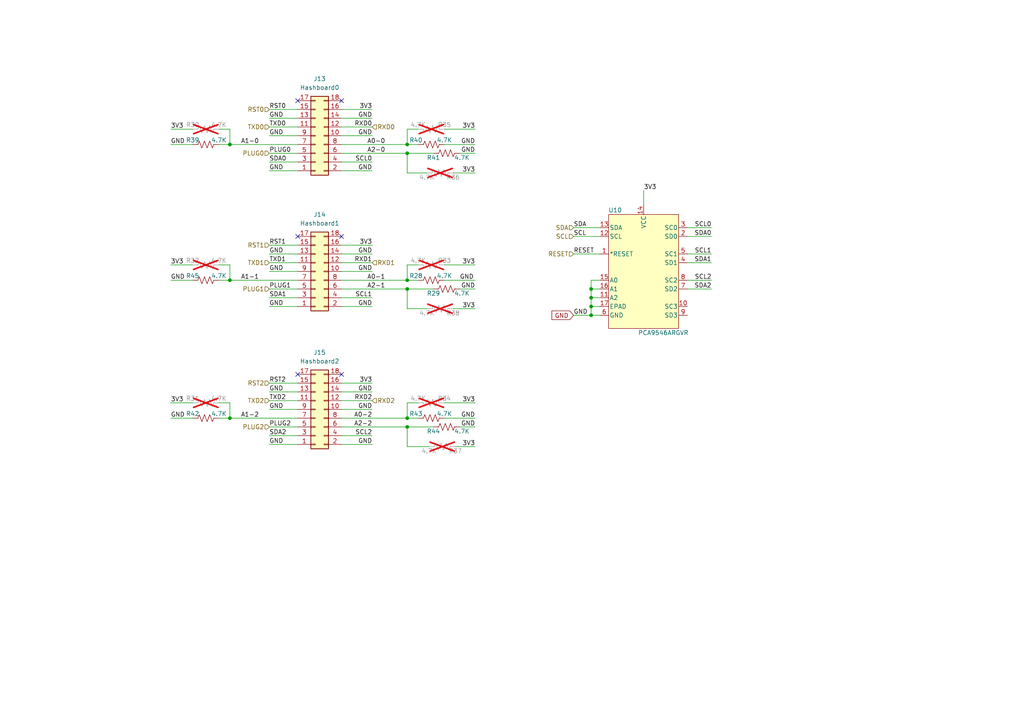
<source format=kicad_sch>
(kicad_sch (version 20231120) (generator "eeschema") (generator_version "8.0")
  (paper "A4")
  (title_block (date "2024-02-26"))
  (lib_symbols
    (symbol "Connector_Generic:Conn_02x09_Odd_Even" (pin_names (offset 1.016) hide)
      (property "Reference" "J" (at 1.27 12.7 0))
      (property "Value" "Conn_02x09_Odd_Even" (at 1.27 -12.7 0))
      (symbol "Conn_02x09_Odd_Even_1_1"
        (rectangle (start -1.27 -10.033) (end 0 -10.287) (stroke (width 0.1524)))
        (rectangle (start -1.27 -7.493) (end 0 -7.747) (stroke (width 0.1524)))
        (rectangle (start -1.27 -4.953) (end 0 -5.207) (stroke (width 0.1524)))
        (rectangle (start -1.27 -2.413) (end 0 -2.667) (stroke (width 0.1524)))
        (rectangle (start -1.27 0.127) (end 0 -0.127) (stroke (width 0.1524)))
        (rectangle (start -1.27 2.667) (end 0 2.413) (stroke (width 0.1524)))
        (rectangle (start -1.27 5.207) (end 0 4.953) (stroke (width 0.1524)))
        (rectangle (start -1.27 7.747) (end 0 7.493) (stroke (width 0.1524)))
        (rectangle (start -1.27 10.287) (end 0 10.033) (stroke (width 0.1524)))
        (rectangle (start -1.27 11.43) (end 3.81 -11.43) (stroke (width 0.254)) (fill (type background)))
        (rectangle (start 3.81 -10.033) (end 2.54 -10.287) (stroke (width 0.1524)))
        (rectangle (start 3.81 -7.493) (end 2.54 -7.747) (stroke (width 0.1524)))
        (rectangle (start 3.81 -4.953) (end 2.54 -5.207) (stroke (width 0.1524)))
        (rectangle (start 3.81 -2.413) (end 2.54 -2.667) (stroke (width 0.1524)))
        (rectangle (start 3.81 0.127) (end 2.54 -0.127) (stroke (width 0.1524)))
        (rectangle (start 3.81 2.667) (end 2.54 2.413) (stroke (width 0.1524)))
        (rectangle (start 3.81 5.207) (end 2.54 4.953) (stroke (width 0.1524)))
        (rectangle (start 3.81 7.747) (end 2.54 7.493) (stroke (width 0.1524)))
        (rectangle (start 3.81 10.287) (end 2.54 10.033) (stroke (width 0.1524)))
        (pin passive line (at -5.08 10.16 0) (length 3.81) (name "Pin_1") (number "1"))
        (pin passive line (at 7.62 0 180) (length 3.81) (name "Pin_10") (number "10"))
        (pin passive line (at -5.08 -2.54 0) (length 3.81) (name "Pin_11") (number "11"))
        (pin passive line (at 7.62 -2.54 180) (length 3.81) (name "Pin_12") (number "12"))
        (pin passive line (at -5.08 -5.08 0) (length 3.81) (name "Pin_13") (number "13"))
        (pin passive line (at 7.62 -5.08 180) (length 3.81) (name "Pin_14") (number "14"))
        (pin passive line (at -5.08 -7.62 0) (length 3.81) (name "Pin_15") (number "15"))
        (pin passive line (at 7.62 -7.62 180) (length 3.81) (name "Pin_16") (number "16"))
        (pin passive line (at -5.08 -10.16 0) (length 3.81) (name "Pin_17") (number "17"))
        (pin passive line (at 7.62 -10.16 180) (length 3.81) (name "Pin_18") (number "18"))
        (pin passive line (at 7.62 10.16 180) (length 3.81) (name "Pin_2") (number "2"))
        (pin passive line (at -5.08 7.62 0) (length 3.81) (name "Pin_3") (number "3"))
        (pin passive line (at 7.62 7.62 180) (length 3.81) (name "Pin_4") (number "4"))
        (pin passive line (at -5.08 5.08 0) (length 3.81) (name "Pin_5") (number "5"))
        (pin passive line (at 7.62 5.08 180) (length 3.81) (name "Pin_6") (number "6"))
        (pin passive line (at -5.08 2.54 0) (length 3.81) (name "Pin_7") (number "7"))
        (pin passive line (at 7.62 2.54 180) (length 3.81) (name "Pin_8") (number "8"))
        (pin passive line (at -5.08 0 0) (length 3.81) (name "Pin_9") (number "9"))
      )
    )
    (symbol "Device:R_US" (pin_numbers hide) (pin_names (offset 0))
      (property "Reference" "R" (at 2.54 0 90))
      (property "Value" "R_US" (at -2.54 0 90))
      (symbol "R_US_0_1"
        (polyline (pts (xy 0 -2.286) (xy 0 -2.54)))
        (polyline (pts (xy 0 2.286) (xy 0 2.54)))
        (polyline (pts (xy 0 -0.762) (xy 1.016 -1.143) (xy 0 -1.524) (xy -1.016 -1.905) (xy 0 -2.286)))
        (polyline (pts (xy 0 0.762) (xy 1.016 0.381) (xy 0 0) (xy -1.016 -0.381) (xy 0 -0.762)))
        (polyline (pts (xy 0 2.286) (xy 1.016 1.905) (xy 0 1.524) (xy -1.016 1.143) (xy 0 0.762)))
      )
      (symbol "R_US_1_1"
        (pin passive line (at 0 3.81 270) (length 1.27) (name "~") (number "1"))
        (pin passive line (at 0 -3.81 90) (length 1.27) (name "~") (number "2"))
      )
    )
    (symbol "bitcart:PCA9546ARGVR" (pin_names (offset 0.254))
      (property "Reference" "U" (at -11.43 19.05 0))
      (property "Value" "PCA9546ARGVR" (at 8.89 -17.78 0))
      (symbol "PCA9546ARGVR_0_1"
        (pin input line (at -15.24 6.35 0) (length 2.54) (name "*RESET") (number "1"))
        (pin unspecified line (at 10.16 -8.89 180) (length 2.54) (name "SC3") (number "10"))
        (pin input line (at -15.24 -6.35 0) (length 2.54) (name "A2") (number "11"))
        (pin unspecified line (at -15.24 11.43 0) (length 2.54) (name "SCL") (number "12"))
        (pin unspecified line (at -15.24 13.97 0) (length 2.54) (name "SDA") (number "13"))
        (pin power_in line (at -2.54 20.32 270) (length 2.54) (name "VCC") (number "14"))
        (pin input line (at -15.24 -1.27 0) (length 2.54) (name "A0") (number "15"))
        (pin input line (at -15.24 -3.81 0) (length 2.54) (name "A1") (number "16"))
        (pin unspecified line (at -15.24 -8.89 0) (length 2.54) (name "EPAD") (number "17"))
        (pin unspecified line (at 10.16 11.43 180) (length 2.54) (name "SD0") (number "2"))
        (pin unspecified line (at 10.16 13.97 180) (length 2.54) (name "SC0") (number "3"))
        (pin unspecified line (at 10.16 3.81 180) (length 2.54) (name "SD1") (number "4"))
        (pin unspecified line (at 10.16 6.35 180) (length 2.54) (name "SC1") (number "5"))
        (pin power_in line (at -15.24 -11.43 0) (length 2.54) (name "GND") (number "6"))
        (pin unspecified line (at 10.16 -3.81 180) (length 2.54) (name "SD2") (number "7"))
        (pin unspecified line (at 10.16 -1.27 180) (length 2.54) (name "SC2") (number "8"))
        (pin unspecified line (at 10.16 -11.43 180) (length 2.54) (name "SD3") (number "9"))
      )
      (symbol "PCA9546ARGVR_1_1"
        (rectangle (start -12.7 17.78) (end 7.62 -15.24) (fill (type background)))
      )
    )
  )
  (junction (at 171.45 83.82))
  (junction (at 118.11 44.45))
  (junction (at 171.45 86.36))
  (junction (at 118.11 81.28))
  (junction (at 66.675 121.285))
  (junction (at 66.675 81.28))
  (junction (at 66.675 41.91))
  (junction (at 118.11 121.285))
  (junction (at 118.11 123.825))
  (junction (at 171.45 91.44))
  (junction (at 118.11 83.82))
  (junction (at 118.11 41.91))
  (junction (at 171.45 88.9))
  (no_connect (at 86.36 108.585))
  (no_connect (at 99.06 108.585))
  (no_connect (at 86.36 68.58))
  (no_connect (at 86.36 29.21))
  (no_connect (at 99.06 29.21))
  (no_connect (at 99.06 68.58))
  (wire (pts (xy 137.795 129.54) (xy 132.08 129.54)))
  (wire (pts (xy 78.105 71.12) (xy 86.36 71.12)))
  (wire (pts (xy 49.53 121.285) (xy 55.88 121.285)))
  (wire (pts (xy 118.11 83.82) (xy 118.11 89.535)))
  (wire (pts (xy 63.5 41.91) (xy 66.675 41.91)))
  (wire (pts (xy 78.105 126.365) (xy 86.36 126.365)))
  (wire (pts (xy 171.45 88.9) (xy 171.45 91.44)))
  (wire (pts (xy 78.105 86.36) (xy 86.36 86.36)))
  (wire (pts (xy 199.39 68.58) (xy 206.375 68.58)))
  (wire (pts (xy 63.5 121.285) (xy 66.675 121.285)))
  (wire (pts (xy 78.105 123.825) (xy 86.36 123.825)))
  (wire (pts (xy 118.11 76.835) (xy 118.11 81.28)))
  (wire (pts (xy 199.39 73.66) (xy 206.375 73.66)))
  (wire (pts (xy 128.905 116.84) (xy 137.795 116.84)))
  (wire (pts (xy 99.06 46.99) (xy 107.95 46.99)))
  (wire (pts (xy 99.06 113.665) (xy 107.95 113.665)))
  (wire (pts (xy 137.795 50.165) (xy 131.445 50.165)))
  (wire (pts (xy 99.06 36.83) (xy 107.95 36.83)))
  (wire (pts (xy 99.06 121.285) (xy 118.11 121.285)))
  (wire (pts (xy 118.11 123.825) (xy 118.11 129.54)))
  (wire (pts (xy 63.5 81.28) (xy 66.675 81.28)))
  (wire (pts (xy 78.105 128.905) (xy 86.36 128.905)))
  (wire (pts (xy 171.45 83.82) (xy 171.45 86.36)))
  (wire (pts (xy 99.06 116.205) (xy 107.95 116.205)))
  (wire (pts (xy 121.285 37.465) (xy 118.11 37.465)))
  (wire (pts (xy 133.35 83.82) (xy 137.795 83.82)))
  (wire (pts (xy 78.105 39.37) (xy 86.36 39.37)))
  (wire (pts (xy 166.37 73.66) (xy 173.99 73.66)))
  (wire (pts (xy 118.11 116.84) (xy 118.11 121.285)))
  (wire (pts (xy 99.06 123.825) (xy 118.11 123.825)))
  (wire (pts (xy 118.11 44.45) (xy 125.73 44.45)))
  (wire (pts (xy 166.37 66.04) (xy 173.99 66.04)))
  (wire (pts (xy 171.45 91.44) (xy 173.99 91.44)))
  (wire (pts (xy 78.105 83.82) (xy 86.36 83.82)))
  (wire (pts (xy 128.905 41.91) (xy 137.795 41.91)))
  (wire (pts (xy 171.45 86.36) (xy 171.45 88.9)))
  (wire (pts (xy 121.285 76.835) (xy 118.11 76.835)))
  (wire (pts (xy 166.37 91.44) (xy 171.45 91.44)))
  (wire (pts (xy 66.675 116.84) (xy 66.675 121.285)))
  (wire (pts (xy 123.825 50.165) (xy 118.11 50.165)))
  (wire (pts (xy 99.06 71.12) (xy 107.95 71.12)))
  (wire (pts (xy 137.795 89.535) (xy 131.445 89.535)))
  (wire (pts (xy 133.35 123.825) (xy 137.795 123.825)))
  (wire (pts (xy 78.105 44.45) (xy 86.36 44.45)))
  (wire (pts (xy 49.53 116.84) (xy 55.88 116.84)))
  (wire (pts (xy 99.06 39.37) (xy 107.95 39.37)))
  (wire (pts (xy 78.105 118.745) (xy 86.36 118.745)))
  (wire (pts (xy 99.06 111.125) (xy 107.95 111.125)))
  (wire (pts (xy 78.105 116.205) (xy 86.36 116.205)))
  (wire (pts (xy 78.105 73.66) (xy 86.36 73.66)))
  (wire (pts (xy 199.39 76.2) (xy 206.375 76.2)))
  (wire (pts (xy 63.5 76.835) (xy 66.675 76.835)))
  (wire (pts (xy 66.675 121.285) (xy 86.36 121.285)))
  (wire (pts (xy 78.105 111.125) (xy 86.36 111.125)))
  (wire (pts (xy 99.06 128.905) (xy 107.95 128.905)))
  (wire (pts (xy 99.06 44.45) (xy 118.11 44.45)))
  (wire (pts (xy 118.11 41.91) (xy 121.285 41.91)))
  (wire (pts (xy 171.45 86.36) (xy 173.99 86.36)))
  (wire (pts (xy 78.105 88.9) (xy 86.36 88.9)))
  (wire (pts (xy 118.11 83.82) (xy 125.73 83.82)))
  (wire (pts (xy 78.105 113.665) (xy 86.36 113.665)))
  (wire (pts (xy 128.905 121.285) (xy 137.795 121.285)))
  (wire (pts (xy 49.53 76.835) (xy 55.88 76.835)))
  (wire (pts (xy 66.675 41.91) (xy 86.36 41.91)))
  (wire (pts (xy 49.53 37.465) (xy 55.88 37.465)))
  (wire (pts (xy 128.905 37.465) (xy 137.795 37.465)))
  (wire (pts (xy 124.46 129.54) (xy 118.11 129.54)))
  (wire (pts (xy 199.39 66.04) (xy 206.375 66.04)))
  (wire (pts (xy 99.06 31.75) (xy 107.95 31.75)))
  (wire (pts (xy 78.105 46.99) (xy 86.36 46.99)))
  (wire (pts (xy 199.39 81.28) (xy 206.375 81.28)))
  (wire (pts (xy 78.105 49.53) (xy 86.36 49.53)))
  (wire (pts (xy 78.105 78.74) (xy 86.36 78.74)))
  (wire (pts (xy 78.105 76.2) (xy 86.36 76.2)))
  (wire (pts (xy 118.11 81.28) (xy 121.285 81.28)))
  (wire (pts (xy 99.06 76.2) (xy 107.95 76.2)))
  (wire (pts (xy 121.285 116.84) (xy 118.11 116.84)))
  (wire (pts (xy 99.06 86.36) (xy 107.95 86.36)))
  (wire (pts (xy 166.37 68.58) (xy 173.99 68.58)))
  (wire (pts (xy 99.06 88.9) (xy 107.95 88.9)))
  (wire (pts (xy 66.675 37.465) (xy 66.675 41.91)))
  (wire (pts (xy 63.5 116.84) (xy 66.675 116.84)))
  (wire (pts (xy 199.39 83.82) (xy 206.375 83.82)))
  (wire (pts (xy 133.35 44.45) (xy 137.795 44.45)))
  (wire (pts (xy 186.69 55.245) (xy 186.69 59.69)))
  (wire (pts (xy 171.45 81.28) (xy 171.45 83.82)))
  (wire (pts (xy 99.06 78.74) (xy 107.95 78.74)))
  (wire (pts (xy 78.105 34.29) (xy 86.36 34.29)))
  (wire (pts (xy 99.06 126.365) (xy 107.95 126.365)))
  (wire (pts (xy 118.11 123.825) (xy 125.73 123.825)))
  (wire (pts (xy 99.06 41.91) (xy 118.11 41.91)))
  (wire (pts (xy 128.905 81.28) (xy 137.795 81.28)))
  (wire (pts (xy 171.45 83.82) (xy 173.99 83.82)))
  (wire (pts (xy 78.105 31.75) (xy 86.36 31.75)))
  (wire (pts (xy 173.99 88.9) (xy 171.45 88.9)))
  (wire (pts (xy 118.11 44.45) (xy 118.11 50.165)))
  (wire (pts (xy 118.11 121.285) (xy 121.285 121.285)))
  (wire (pts (xy 66.675 81.28) (xy 86.36 81.28)))
  (wire (pts (xy 66.675 76.835) (xy 66.675 81.28)))
  (wire (pts (xy 173.99 81.28) (xy 171.45 81.28)))
  (wire (pts (xy 99.06 81.28) (xy 118.11 81.28)))
  (wire (pts (xy 99.06 118.745) (xy 107.95 118.745)))
  (wire (pts (xy 128.905 76.835) (xy 137.795 76.835)))
  (wire (pts (xy 99.06 49.53) (xy 107.95 49.53)))
  (wire (pts (xy 63.5 37.465) (xy 66.675 37.465)))
  (wire (pts (xy 78.105 36.83) (xy 86.36 36.83)))
  (wire (pts (xy 99.06 73.66) (xy 107.95 73.66)))
  (wire (pts (xy 118.11 37.465) (xy 118.11 41.91)))
  (wire (pts (xy 99.06 83.82) (xy 118.11 83.82)))
  (wire (pts (xy 49.53 41.91) (xy 55.88 41.91)))
  (wire (pts (xy 123.825 89.535) (xy 118.11 89.535)))
  (wire (pts (xy 49.53 81.28) (xy 55.88 81.28)))
  (wire (pts (xy 99.06 34.29) (xy 107.95 34.29)))
  (label "GND" (at 107.95 88.9 180))
  (label "GND" (at 107.95 78.74 180))
  (label "3V3" (at 107.95 111.125 180))
  (label "RESET" (at 166.37 73.66 0))
  (label "GND" (at 107.95 118.745 180))
  (label "GND" (at 78.105 128.905 0))
  (label "GND" (at 107.95 73.66 180))
  (label "SCL1" (at 107.95 86.36 180))
  (label "GND" (at 107.95 113.665 180))
  (label "GND" (at 49.53 41.91 0))
  (label "RST1" (at 78.105 71.12 0))
  (label "RST2" (at 78.105 111.125 0))
  (label "A2-0" (at 111.76 44.45 180))
  (label "GND" (at 137.795 123.825 180))
  (label "A0-1" (at 111.76 81.28 180))
  (label "A1-2" (at 69.85 121.285 0))
  (label "RXD2" (at 107.95 116.205 180))
  (label "SDA2" (at 78.105 126.365 0))
  (label "GND" (at 107.95 49.53 180))
  (label "SCL0" (at 107.95 46.99 180))
  (label "GND" (at 107.95 34.29 180))
  (label "3V3" (at 137.795 50.165 180))
  (label "3V3" (at 137.795 37.465 180))
  (label "GND" (at 133.35 81.28 0))
  (label "GND" (at 78.105 88.9 0))
  (label "SDA1" (at 206.375 76.2 180))
  (label "A1-0" (at 69.85 41.91 0))
  (label "3V3" (at 137.795 116.84 180))
  (label "GND" (at 78.105 34.29 0))
  (label "TXD0" (at 78.105 36.83 0))
  (label "PLUG1" (at 78.105 83.82 0))
  (label "SCL0" (at 206.375 66.04 180))
  (label "GND" (at 78.105 78.74 0))
  (label "3V3" (at 107.95 71.12 180))
  (label "3V3" (at 49.53 76.835 0))
  (label "RXD0" (at 107.95 36.83 180))
  (label "GND" (at 49.53 81.28 0))
  (label "GND" (at 78.105 49.53 0))
  (label "A2-1" (at 111.76 83.82 180))
  (label "GND" (at 78.105 73.66 0))
  (label "3V3" (at 107.95 31.75 180))
  (label "GND" (at 107.95 128.905 180))
  (label "GND" (at 78.105 118.745 0))
  (label "3V3" (at 137.795 89.535 180))
  (label "A2-2" (at 107.95 123.825 180))
  (label "GND" (at 137.795 121.285 180))
  (label "GND" (at 78.105 113.665 0))
  (label "SDA0" (at 206.375 68.58 180))
  (label "SDA0" (at 78.105 46.99 0))
  (label "GND" (at 137.795 41.91 180))
  (label "SDA2" (at 206.375 83.82 180))
  (label "RXD1" (at 107.95 76.2 180))
  (label "SCL" (at 166.37 68.58 0))
  (label "3V3" (at 49.53 116.84 0))
  (label "SDA1" (at 78.105 86.36 0))
  (label "3V3" (at 137.795 76.835 180))
  (label "SCL1" (at 206.375 73.66 180))
  (label "PLUG2" (at 78.105 123.825 0))
  (label "A1-1" (at 69.85 81.28 0))
  (label "GND" (at 49.53 121.285 0))
  (label "SCL2" (at 107.95 126.365 180))
  (label "GND" (at 166.37 91.44 0))
  (label "TXD2" (at 78.105 116.205 0))
  (label "GND" (at 78.105 39.37 0))
  (label "SDA" (at 166.37 66.04 0))
  (label "3V3" (at 49.53 37.465 0))
  (label "A0-0" (at 111.76 41.91 180))
  (label "A0-2" (at 107.95 121.285 180))
  (label "PLUG0" (at 78.105 44.45 0))
  (label "3V3" (at 186.69 55.245 0))
  (label "GND" (at 137.795 44.45 180))
  (label "GND" (at 107.95 39.37 180))
  (label "RST0" (at 78.105 31.75 0))
  (label "TXD1" (at 78.105 76.2 0))
  (label "3V3" (at 137.795 129.54 180))
  (label "GND" (at 137.795 83.82 180))
  (label "SCL2" (at 206.375 81.28 180))
  (global_label "GND" (shape input) (at 166.37 91.44 180) (property "Intersheetrefs" "${INTERSHEET_REFS}" (effects (hide yes))))
  (hierarchical_label "PLUG2" (shape input) (at 78.105 123.825 180))
  (hierarchical_label "SCL" (shape input) (at 166.37 68.58 180))
  (hierarchical_label "RST0" (shape input) (at 78.105 31.75 180))
  (hierarchical_label "RESET" (shape input) (at 166.37 73.66 180))
  (hierarchical_label "SDA" (shape input) (at 166.37 66.04 180))
  (hierarchical_label "RXD2" (shape input) (at 107.95 116.205 0))
  (hierarchical_label "PLUG1" (shape input) (at 78.105 83.82 180))
  (hierarchical_label "RST1" (shape input) (at 78.105 71.12 180))
  (hierarchical_label "TXD0" (shape input) (at 78.105 36.83 180))
  (hierarchical_label "TXD2" (shape input) (at 78.105 116.205 180))
  (hierarchical_label "PLUG0" (shape input) (at 78.105 44.45 180))
  (hierarchical_label "RXD1" (shape input) (at 107.95 76.2 0))
  (hierarchical_label "RST2" (shape input) (at 78.105 111.125 180))
  (hierarchical_label "TXD1" (shape input) (at 78.105 76.2 180))
  (hierarchical_label "RXD0" (shape input) (at 107.95 36.83 0))
  (symbol (lib_id "Device:R_US") (at 129.54 123.825 90) (unit 1)
    (property "Reference" "R44" (at 125.73 125.095 90))
    (property "Value" "4.7K" (at 133.985 125.095 90))
    (property "Footprint" "Resistor_SMD:R_0805_2012Metric" (effects (hide yes)))
    (property "DK" "311-4.70KCRCT-ND" (effects (hide yes)))
    (property "PARTNO" "RC0805FR-074K7L" (effects (hide yes)))
  )
  (symbol (lib_id "Device:R_US") (at 125.095 81.28 90) (unit 1)
    (property "Reference" "R28" (at 120.65 80.01 90))
    (property "Value" "4.7K" (at 128.905 80.01 90))
    (property "Footprint" "Resistor_SMD:R_0805_2012Metric" (effects (hide yes)))
    (property "DK" "311-4.70KCRCT-ND" (effects (hide yes)))
    (property "PARTNO" "RC0805FR-074K7L" (effects (hide yes)))
  )
  (symbol (lib_id "Device:R_US") (at 59.69 76.835 90) (unit 1) (dnp yes)
    (property "Reference" "R32" (at 55.88 75.565 90))
    (property "Value" "4.7K" (at 63.5 75.565 90))
    (property "Footprint" "Resistor_SMD:R_0805_2012Metric" (effects (hide yes)))
    (property "DK" "311-4.70KCRCT-ND" (effects (hide yes)))
    (property "PARTNO" "RC0805FR-074K7L" (effects (hide yes)))
  )
  (symbol (lib_id "Device:R_US") (at 129.54 44.45 90) (unit 1)
    (property "Reference" "R41" (at 125.73 45.72 90))
    (property "Value" "4.7K" (at 133.985 45.72 90))
    (property "Footprint" "Resistor_SMD:R_0805_2012Metric" (effects (hide yes)))
    (property "DK" "311-4.70KCRCT-ND" (effects (hide yes)))
    (property "PARTNO" "RC0805FR-074K7L" (effects (hide yes)))
  )
  (symbol (lib_id "Device:R_US") (at 125.095 116.84 270) (mirror x) (unit 1) (dnp yes)
    (property "Reference" "R34" (at 128.905 115.57 90))
    (property "Value" "4.7K" (at 121.285 115.57 90))
    (property "Footprint" "Resistor_SMD:R_0805_2012Metric" (effects (hide yes)))
    (property "DK" "311-4.70KCRCT-ND" (effects (hide yes)))
    (property "PARTNO" "RC0805FR-074K7L" (effects (hide yes)))
  )
  (symbol (lib_id "Connector_Generic:Conn_02x09_Odd_Even") (at 91.44 78.74 0) (mirror x) (unit 1)
    (property "Reference" "J14" (at 92.71 62.23 0))
    (property "Value" "Hashboard1" (at 92.71 64.77 0))
    (property "Footprint" "bitcart:CONN-TH_X2026WV-2-09D-46SN" (effects (hide yes)))
    (property "LCSC" "C437089" (effects (hide yes)))
    (property "PARTNO" "X2026WV-2x09D-46SN" (effects (hide yes)))
  )
  (symbol (lib_id "bitcart:PCA9546ARGVR") (at 189.23 80.01 0) (unit 1)
    (property "Reference" "U10" (at 178.435 60.96 0))
    (property "Value" "PCA9546ARGVR" (at 192.405 96.52 0))
    (property "Footprint" "bitcart:QFN-16_EP_4x4_Pitch0.65mm" (effects (hide yes)))
    (property "Datasheet" "https://www.ti.com/lit/ds/symlink/pca9546a.pdf" (effects (hide yes)))
    (property "DK" "296-21771-1-ND" (effects (hide yes)))
    (property "PARTNO" "PCA9546ARGVR" (effects (hide yes)))
  )
  (symbol (lib_id "Connector_Generic:Conn_02x09_Odd_Even") (at 91.44 39.37 0) (mirror x) (unit 1)
    (property "Reference" "J13" (at 92.71 22.86 0))
    (property "Value" "Hashboard0" (at 92.71 25.4 0))
    (property "Footprint" "bitcart:CONN-TH_X2026WV-2-09D-46SN" (effects (hide yes)))
    (property "LCSC" "C437089" (effects (hide yes)))
    (property "PARTNO" "X2026WV-2x09D-46SN" (effects (hide yes)))
  )
  (symbol (lib_id "Device:R_US") (at 127.635 50.165 270) (unit 1) (dnp yes)
    (property "Reference" "R36" (at 131.445 51.435 90))
    (property "Value" "4.7K" (at 123.825 51.435 90))
    (property "Footprint" "Resistor_SMD:R_0805_2012Metric" (effects (hide yes)))
    (property "DK" "311-4.70KCRCT-ND" (effects (hide yes)))
    (property "PARTNO" "RC0805FR-074K7L" (effects (hide yes)))
  )
  (symbol (lib_id "Device:R_US") (at 125.095 121.285 90) (unit 1)
    (property "Reference" "R43" (at 120.65 120.015 90))
    (property "Value" "4.7K" (at 128.905 120.015 90))
    (property "Footprint" "Resistor_SMD:R_0805_2012Metric" (effects (hide yes)))
    (property "DK" "311-4.70KCRCT-ND" (effects (hide yes)))
    (property "PARTNO" "RC0805FR-074K7L" (effects (hide yes)))
  )
  (symbol (lib_id "Device:R_US") (at 127.635 89.535 270) (unit 1) (dnp yes)
    (property "Reference" "R38" (at 131.445 90.805 90))
    (property "Value" "4.7K" (at 123.825 90.805 90))
    (property "Footprint" "Resistor_SMD:R_0805_2012Metric" (effects (hide yes)))
    (property "DK" "311-4.70KCRCT-ND" (effects (hide yes)))
    (property "PARTNO" "RC0805FR-074K7L" (effects (hide yes)))
  )
  (symbol (lib_id "Device:R_US") (at 125.095 76.835 270) (mirror x) (unit 1) (dnp yes)
    (property "Reference" "R33" (at 128.905 75.565 90))
    (property "Value" "4.7K" (at 121.285 75.565 90))
    (property "Footprint" "Resistor_SMD:R_0805_2012Metric" (effects (hide yes)))
    (property "DK" "311-4.70KCRCT-ND" (effects (hide yes)))
    (property "PARTNO" "RC0805FR-074K7L" (effects (hide yes)))
  )
  (symbol (lib_id "Device:R_US") (at 59.69 116.84 90) (unit 1) (dnp yes)
    (property "Reference" "R31" (at 55.88 115.57 90))
    (property "Value" "4.7K" (at 63.5 115.57 90))
    (property "Footprint" "Resistor_SMD:R_0805_2012Metric" (effects (hide yes)))
    (property "DK" "311-4.70KCRCT-ND" (effects (hide yes)))
    (property "PARTNO" "RC0805FR-074K7L" (effects (hide yes)))
  )
  (symbol (lib_id "Device:R_US") (at 59.69 81.28 90) (unit 1)
    (property "Reference" "R45" (at 55.88 80.01 90))
    (property "Value" "4.7K" (at 63.5 80.01 90))
    (property "Footprint" "Resistor_SMD:R_0805_2012Metric" (effects (hide yes)))
    (property "DK" "311-4.70KCRCT-ND" (effects (hide yes)))
    (property "PARTNO" "RC0805FR-074K7L" (effects (hide yes)))
  )
  (symbol (lib_id "Device:R_US") (at 59.69 121.285 90) (unit 1)
    (property "Reference" "R42" (at 55.88 120.015 90))
    (property "Value" "4.7K" (at 63.5 120.015 90))
    (property "Footprint" "Resistor_SMD:R_0805_2012Metric" (effects (hide yes)))
    (property "DK" "311-4.70KCRCT-ND" (effects (hide yes)))
    (property "PARTNO" "RC0805FR-074K7L" (effects (hide yes)))
  )
  (symbol (lib_id "Device:R_US") (at 125.095 41.91 90) (unit 1)
    (property "Reference" "R40" (at 120.65 40.64 90))
    (property "Value" "4.7K" (at 128.905 40.64 90))
    (property "Footprint" "Resistor_SMD:R_0805_2012Metric" (effects (hide yes)))
    (property "DK" "311-4.70KCRCT-ND" (effects (hide yes)))
    (property "PARTNO" "RC0805FR-074K7L" (effects (hide yes)))
  )
  (symbol (lib_id "Device:R_US") (at 129.54 83.82 90) (unit 1)
    (property "Reference" "R29" (at 125.73 85.09 90))
    (property "Value" "4.7K" (at 133.985 85.09 90))
    (property "Footprint" "Resistor_SMD:R_0805_2012Metric" (effects (hide yes)))
    (property "DK" "311-4.70KCRCT-ND" (effects (hide yes)))
    (property "PARTNO" "RC0805FR-074K7L" (effects (hide yes)))
  )
  (symbol (lib_id "Device:R_US") (at 128.27 129.54 270) (unit 1) (dnp yes)
    (property "Reference" "R37" (at 132.08 130.81 90))
    (property "Value" "4.7K" (at 124.46 130.81 90))
    (property "Footprint" "Resistor_SMD:R_0805_2012Metric" (effects (hide yes)))
    (property "DK" "311-4.70KCRCT-ND" (effects (hide yes)))
    (property "PARTNO" "RC0805FR-074K7L" (effects (hide yes)))
  )
  (symbol (lib_id "Device:R_US") (at 125.095 37.465 270) (mirror x) (unit 1) (dnp yes)
    (property "Reference" "R35" (at 128.905 36.195 90))
    (property "Value" "4.7K" (at 121.285 36.195 90))
    (property "Footprint" "Resistor_SMD:R_0805_2012Metric" (effects (hide yes)))
    (property "DK" "311-4.70KCRCT-ND" (effects (hide yes)))
    (property "PARTNO" "RC0805FR-074K7L" (effects (hide yes)))
  )
  (symbol (lib_id "Device:R_US") (at 59.69 37.465 90) (unit 1) (dnp yes)
    (property "Reference" "R30" (at 55.88 36.195 90))
    (property "Value" "4.7K" (at 63.5 36.195 90))
    (property "Footprint" "Resistor_SMD:R_0805_2012Metric" (effects (hide yes)))
    (property "DK" "311-4.70KCRCT-ND" (effects (hide yes)))
    (property "PARTNO" "RC0805FR-074K7L" (effects (hide yes)))
  )
  (symbol (lib_id "Connector_Generic:Conn_02x09_Odd_Even") (at 91.44 118.745 0) (mirror x) (unit 1)
    (property "Reference" "J15" (at 92.71 102.235 0))
    (property "Value" "Hashboard2" (at 92.71 104.775 0))
    (property "Footprint" "bitcart:CONN-TH_X2026WV-2-09D-46SN" (effects (hide yes)))
    (property "LCSC" "C437089" (effects (hide yes)))
    (property "PARTNO" "X2026WV-2x09D-46SN" (effects (hide yes)))
  )
  (symbol (lib_id "Device:R_US") (at 59.69 41.91 90) (unit 1)
    (property "Reference" "R39" (at 55.88 40.64 90))
    (property "Value" "4.7K" (at 63.5 40.64 90))
    (property "Footprint" "Resistor_SMD:R_0805_2012Metric" (effects (hide yes)))
    (property "DK" "311-4.70KCRCT-ND" (effects (hide yes)))
    (property "PARTNO" "RC0805FR-074K7L" (effects (hide yes)))
  )
)
</source>
